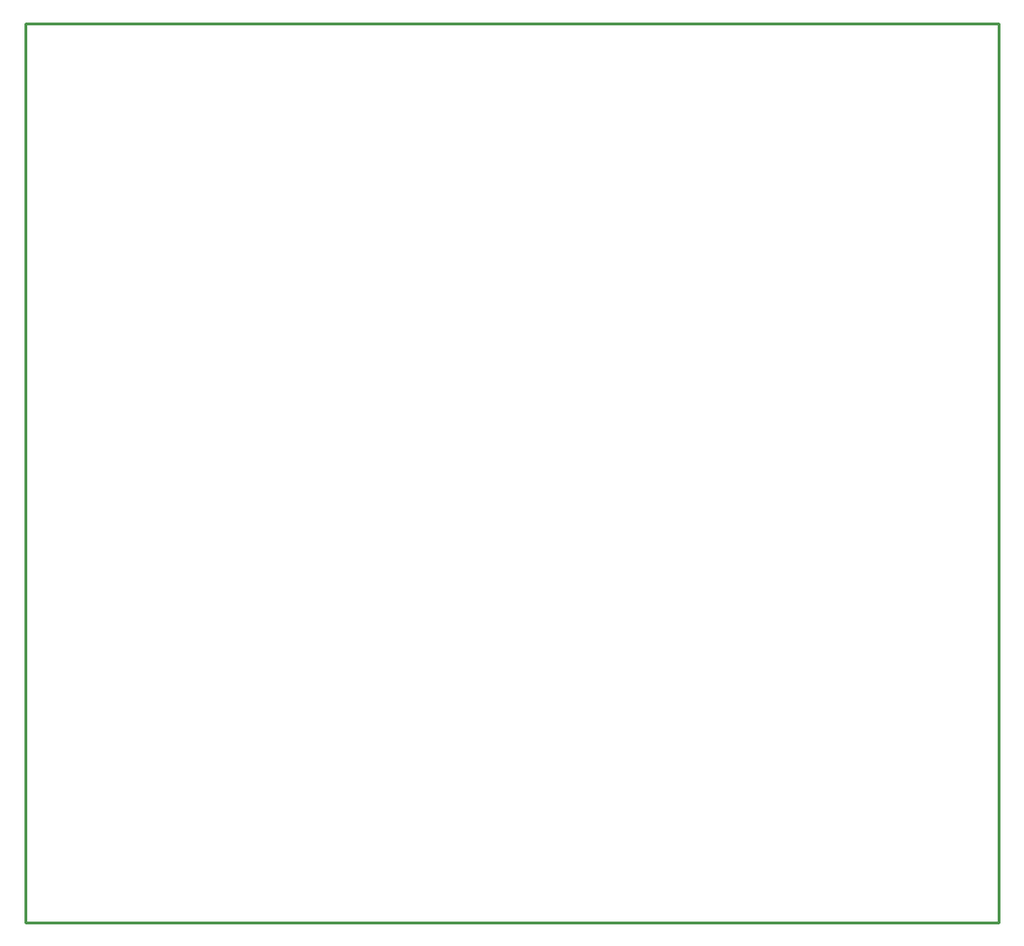
<source format=gbr>
G04 EAGLE Gerber RS-274X export*
G75*
%MOMM*%
%FSLAX34Y34*%
%LPD*%
%IN*%
%IPPOS*%
%AMOC8*
5,1,8,0,0,1.08239X$1,22.5*%
G01*
%ADD10C,0.254000*%


D10*
X0Y190500D02*
X876100Y190500D01*
X876100Y1000000D01*
X0Y1000000D01*
X0Y190500D01*
M02*

</source>
